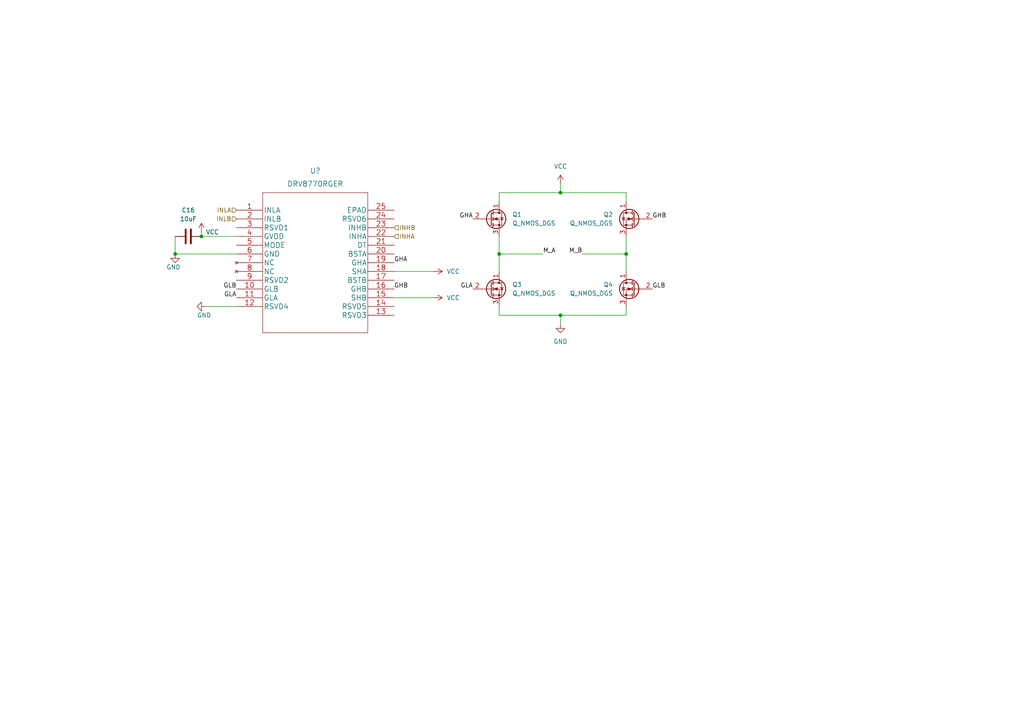
<source format=kicad_sch>
(kicad_sch (version 20211123) (generator eeschema)
  (paper "A4")
  (lib_symbols
    (symbol "DRIVER:DRV8770RGER" (pin_names (offset 0.254))
      (property "Reference" "U" (at 22.86 10.16 0))
      (property "Value" "DRV8770RGER" (at 22.86 7.62 0))
      (symbol "DRV8770RGER_1_1"
        (polyline (pts (xy 7.62 -35.56) (xy 38.1 -35.56)) (stroke (width 0.127)))
        (polyline (pts (xy 7.62 5.08) (xy 7.62 -35.56)) (stroke (width 0.127)))
        (polyline (pts (xy 38.1 -35.56) (xy 38.1 5.08)) (stroke (width 0.127)))
        (polyline (pts (xy 38.1 5.08) (xy 7.62 5.08)) (stroke (width 0.127)))
        (pin input line (at 0 0 0) (length 7.62) (name "INLA") (number "1"))
        (pin output line (at 0 -22.86 0) (length 7.62) (name "GLB") (number "10"))
        (pin output line (at 0 -25.4 0) (length 7.62) (name "GLA") (number "11"))
        (pin input line (at 0 -27.94 0) (length 7.62) (name "RSVD4") (number "12"))
        (pin input line (at 45.72 -30.48 180) (length 7.62) (name "RSVD3") (number "13"))
        (pin input line (at 45.72 -27.94 180) (length 7.62) (name "RSVD5") (number "14"))
        (pin input line (at 45.72 -25.4 180) (length 7.62) (name "SHB") (number "15"))
        (pin output line (at 45.72 -22.86 180) (length 7.62) (name "GHB") (number "16"))
        (pin output line (at 45.72 -20.32 180) (length 7.62) (name "BSTB") (number "17"))
        (pin input line (at 45.72 -17.78 180) (length 7.62) (name "SHA") (number "18"))
        (pin output line (at 45.72 -15.24 180) (length 7.62) (name "GHA") (number "19"))
        (pin input line (at 0 -2.54 0) (length 7.62) (name "INLB") (number "2"))
        (pin output line (at 45.72 -12.7 180) (length 7.62) (name "BSTA") (number "20"))
        (pin input line (at 45.72 -10.16 180) (length 7.62) (name "DT") (number "21"))
        (pin input line (at 45.72 -7.62 180) (length 7.62) (name "INHA") (number "22"))
        (pin input line (at 45.72 -5.08 180) (length 7.62) (name "INHB") (number "23"))
        (pin input line (at 45.72 -2.54 180) (length 7.62) (name "RSVD6") (number "24"))
        (pin power_in line (at 45.72 0 180) (length 7.62) (name "EPAD") (number "25"))
        (pin input line (at 0 -5.08 0) (length 7.62) (name "RSVD1") (number "3"))
        (pin power_in line (at 0 -7.62 0) (length 7.62) (name "GVDD") (number "4"))
        (pin input line (at 0 -10.16 0) (length 7.62) (name "MODE") (number "5"))
        (pin power_in line (at 0 -12.7 0) (length 7.62) (name "GND") (number "6"))
        (pin no_connect line (at 0 -15.24 0) (length 7.62) (name "NC") (number "7"))
        (pin no_connect line (at 0 -17.78 0) (length 7.62) (name "NC") (number "8"))
        (pin input line (at 0 -20.32 0) (length 7.62) (name "RSVD2") (number "9"))
      )
    )
    (symbol "Device:C" (pin_numbers hide) (pin_names (offset 0.254))
      (property "Reference" "C" (at 0.635 2.54 0))
      (property "Value" "C" (at 0.635 -2.54 0))
      (symbol "C_0_1"
        (polyline (pts (xy -2.032 -0.762) (xy 2.032 -0.762)) (stroke (width 0.508)))
        (polyline (pts (xy -2.032 0.762) (xy 2.032 0.762)) (stroke (width 0.508)))
      )
      (symbol "C_1_1"
        (pin passive line (at 0 3.81 270) (length 2.794) (name "~") (number "1"))
        (pin passive line (at 0 -3.81 90) (length 2.794) (name "~") (number "2"))
      )
    )
    (symbol "Device:Q_NMOS_DGS" (pin_names (offset 0) hide)
      (property "Reference" "Q" (at 5.08 1.27 0))
      (property "Value" "Q_NMOS_DGS" (at 5.08 -1.27 0))
      (symbol "Q_NMOS_DGS_0_1"
        (polyline (pts (xy 0.254 0) (xy -2.54 0)))
        (polyline (pts (xy 0.254 1.905) (xy 0.254 -1.905)) (stroke (width 0.254)))
        (polyline (pts (xy 0.762 -1.27) (xy 0.762 -2.286)) (stroke (width 0.254)))
        (polyline (pts (xy 0.762 0.508) (xy 0.762 -0.508)) (stroke (width 0.254)))
        (polyline (pts (xy 0.762 2.286) (xy 0.762 1.27)) (stroke (width 0.254)))
        (polyline (pts (xy 2.54 2.54) (xy 2.54 1.778)))
        (polyline (pts (xy 2.54 -2.54) (xy 2.54 0) (xy 0.762 0)))
        (polyline (pts (xy 0.762 -1.778) (xy 3.302 -1.778) (xy 3.302 1.778) (xy 0.762 1.778)))
        (polyline (pts (xy 1.016 0) (xy 2.032 0.381) (xy 2.032 -0.381) (xy 1.016 0)) (fill (type outline)))
        (polyline (pts (xy 2.794 0.508) (xy 2.921 0.381) (xy 3.683 0.381) (xy 3.81 0.254)))
        (polyline (pts (xy 3.302 0.381) (xy 2.921 -0.254) (xy 3.683 -0.254) (xy 3.302 0.381)))
        (circle (center 1.651 0) (radius 2.794) (stroke (width 0.254)))
        (circle (center 2.54 -1.778) (radius 0.254) (fill (type outline)))
        (circle (center 2.54 1.778) (radius 0.254) (fill (type outline)))
      )
      (symbol "Q_NMOS_DGS_1_1"
        (pin passive line (at 2.54 5.08 270) (length 2.54) (name "D") (number "1"))
        (pin input line (at -5.08 0 0) (length 2.54) (name "G") (number "2"))
        (pin passive line (at 2.54 -5.08 90) (length 2.54) (name "S") (number "3"))
      )
    )
    (symbol "power:GND" (power) (pin_names (offset 0))
      (property "Value" "GND" (at 0 -3.81 0))
      (symbol "GND_0_1"
        (polyline (pts (xy 0 0) (xy 0 -1.27) (xy 1.27 -1.27) (xy 0 -2.54) (xy -1.27 -1.27) (xy 0 -1.27)))
      )
      (symbol "GND_1_1"
        (pin power_in line (at 0 0 270) (length 0) hide (name "GND") (number "1"))
      )
    )
    (symbol "power:VCC" (power) (pin_names (offset 0))
      (property "Value" "VCC" (at 0 3.81 0))
      (symbol "VCC_0_1"
        (polyline (pts (xy -0.762 1.27) (xy 0 2.54)))
        (polyline (pts (xy 0 0) (xy 0 2.54)))
        (polyline (pts (xy 0 2.54) (xy 0.762 1.27)))
      )
      (symbol "VCC_1_1"
        (pin power_in line (at 0 0 90) (length 0) hide (name "VCC") (number "1"))
      )
    )
  )
  (junction (at 181.61 73.66))
  (junction (at 50.8 73.66))
  (junction (at 162.56 55.88))
  (junction (at 162.56 91.44))
  (junction (at 58.42 68.58))
  (junction (at 144.78 73.66))
  (wire (pts (xy 181.61 88.9) (xy 181.61 91.44)))
  (wire (pts (xy 162.56 55.88) (xy 181.61 55.88)))
  (wire (pts (xy 144.78 58.42) (xy 144.78 55.88)))
  (wire (pts (xy 181.61 68.58) (xy 181.61 73.66)))
  (wire (pts (xy 144.78 55.88) (xy 162.56 55.88)))
  (wire (pts (xy 114.3 86.36) (xy 125.73 86.36)))
  (wire (pts (xy 181.61 55.88) (xy 181.61 58.42)))
  (wire (pts (xy 162.56 91.44) (xy 162.56 93.98)))
  (wire (pts (xy 59.69 88.9) (xy 68.58 88.9)))
  (wire (pts (xy 144.78 88.9) (xy 144.78 91.44)))
  (wire (pts (xy 181.61 91.44) (xy 162.56 91.44)))
  (wire (pts (xy 58.42 67.31) (xy 58.42 68.58)))
  (wire (pts (xy 144.78 91.44) (xy 162.56 91.44)))
  (wire (pts (xy 50.8 68.58) (xy 50.8 73.66)))
  (wire (pts (xy 162.56 53.34) (xy 162.56 55.88)))
  (wire (pts (xy 168.91 73.66) (xy 181.61 73.66)))
  (wire (pts (xy 50.8 73.66) (xy 68.58 73.66)))
  (wire (pts (xy 144.78 68.58) (xy 144.78 73.66)))
  (wire (pts (xy 114.3 78.74) (xy 125.73 78.74)))
  (wire (pts (xy 58.42 68.58) (xy 68.58 68.58)))
  (wire (pts (xy 181.61 73.66) (xy 181.61 78.74)))
  (wire (pts (xy 144.78 73.66) (xy 144.78 78.74)))
  (wire (pts (xy 144.78 73.66) (xy 157.48 73.66)))
  (label "GLB" (at 68.58 83.82 180))
  (label "GLA" (at 68.58 86.36 180))
  (label "GHB" (at 114.3 83.82 0))
  (label "M_A" (at 157.48 73.66 0))
  (label "GLA" (at 137.16 83.82 180))
  (label "GLB" (at 189.23 83.82 0))
  (label "GHB" (at 189.23 63.5 0))
  (label "GHA" (at 137.16 63.5 180))
  (label "M_B" (at 168.91 73.66 180))
  (label "GHA" (at 114.3 76.2 0))
  (hierarchical_label "INHA" (shape input) (at 114.3 68.58 0))
  (hierarchical_label "INLA" (shape input) (at 68.58 60.96 180))
  (hierarchical_label "INHB" (shape input) (at 114.3 66.04 0))
  (hierarchical_label "INLB" (shape input) (at 68.58 63.5 180))
  (symbol (lib_id "power:VCC") (at 58.42 67.31 0) (unit 1)
    (property "Reference" "#PWR?" (effects hide))
    (property "Value" "VCC" (at 59.69 67.31 0) (effects (justify left)))
  )
  (symbol (lib_id "Device:Q_NMOS_DGS") (at 142.24 63.5 0) (unit 1)
    (property "Reference" "Q1" (at 148.59 62.2299 0) (effects (justify left)))
    (property "Value" "Q_NMOS_DGS" (at 148.59 64.7699 0) (effects (justify left)))
  )
  (symbol (lib_id "Device:C") (at 54.61 68.58 90) (unit 1)
    (property "Reference" "C16" (at 54.61 60.96 90))
    (property "Value" "10uF" (at 54.61 63.5 90))
  )
  (symbol (lib_id "DRIVER:DRV8770RGER") (at 68.58 60.96 0) (unit 1)
    (property "Reference" "U?" (at 91.44 49.53 0) (effects (font (size 1.524 1.524))))
    (property "Value" "DRV8770RGER" (at 91.44 53.34 0) (effects (font (size 1.524 1.524))))
    (property "Footprint" "VQFN24_RGE_TEX" (effects hide))
  )
  (symbol (lib_id "power:VCC") (at 162.56 53.34 0) (unit 1)
    (property "Reference" "#PWR?" (effects hide))
    (property "Value" "VCC" (at 162.56 48.26 0))
  )
  (symbol (lib_id "power:GND") (at 50.8 73.66 0) (unit 1)
    (property "Reference" "#PWR?" (effects hide))
    (property "Value" "GND" (at 48.26 77.47 0) (effects (justify left)))
  )
  (symbol (lib_id "power:GND") (at 59.69 88.9 270) (unit 1)
    (property "Reference" "#PWR?" (effects hide))
    (property "Value" "GND" (at 57.15 91.44 90) (effects (justify left)))
  )
  (symbol (lib_id "power:VCC") (at 125.73 78.74 270) (unit 1)
    (property "Reference" "#PWR?" (effects hide))
    (property "Value" "VCC" (at 129.54 78.7399 90) (effects (justify left)))
  )
  (symbol (lib_id "Device:Q_NMOS_DGS") (at 184.15 63.5 0) (mirror y) (unit 1)
    (property "Reference" "Q2" (at 177.8 62.2299 0) (effects (justify left)))
    (property "Value" "Q_NMOS_DGS" (at 177.8 64.7699 0) (effects (justify left)))
  )
  (symbol (lib_id "power:GND") (at 162.56 93.98 0) (unit 1)
    (property "Reference" "#PWR?" (effects hide))
    (property "Value" "GND" (at 162.56 99.06 0))
  )
  (symbol (lib_id "Device:Q_NMOS_DGS") (at 142.24 83.82 0) (unit 1)
    (property "Reference" "Q3" (at 148.59 82.5499 0) (effects (justify left)))
    (property "Value" "Q_NMOS_DGS" (at 148.59 85.0899 0) (effects (justify left)))
  )
  (symbol (lib_id "power:VCC") (at 125.73 86.36 270) (unit 1)
    (property "Reference" "#PWR?" (effects hide))
    (property "Value" "VCC" (at 129.54 86.3599 90) (effects (justify left)))
  )
  (symbol (lib_id "Device:Q_NMOS_DGS") (at 184.15 83.82 0) (mirror y) (unit 1)
    (property "Reference" "Q4" (at 177.8 82.5499 0) (effects (justify left)))
    (property "Value" "Q_NMOS_DGS" (at 177.8 85.0899 0) (effects (justify left)))
  )
)
</source>
